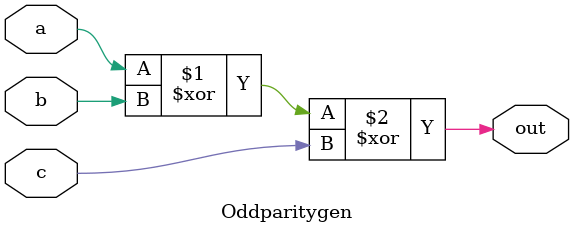
<source format=v>
module Oddparitygen(a,b,c,out);
input a,b,c;
output out;
assign out = a^b^c;
endmodule

</source>
